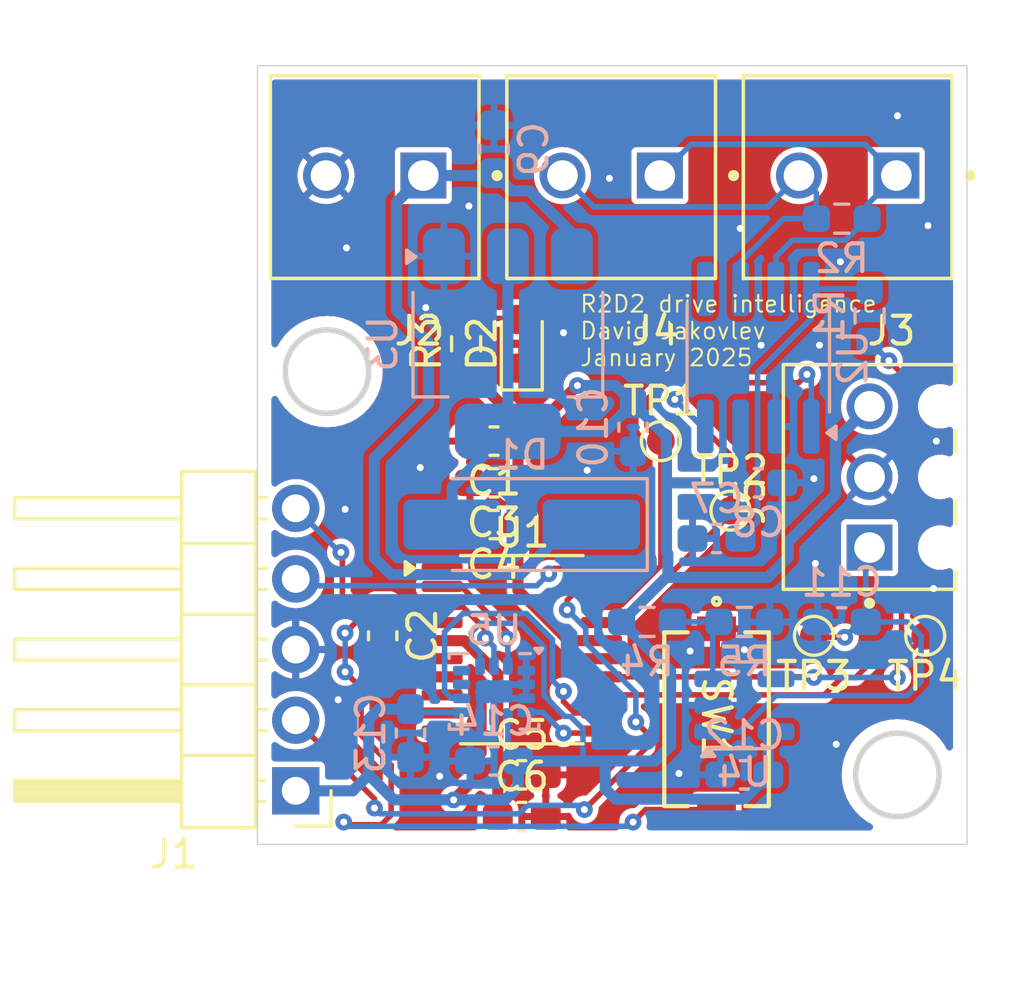
<source format=kicad_pcb>
(kicad_pcb (version 20240108) (generator "pcbnew") (generator_version "8.0")
  (layers (0 "F.Cu" signal) (31 "B.Cu" signal) (34 "B.Paste" user) (35 "F.Paste" user) (36 "B.SilkS" user "B.Silkscreen") (37 "F.SilkS" user "F.Silkscreen") (38 "B.Mask" user) (39 "F.Mask" user) (44 "Edge.Cuts" user))
  (net 0 "")
  (net 1 "GND")
  (net 2 "+3.3V")
  (net 3 "NRST")
  (net 4 "Net-(U2-Rs)")
  (net 5 "+5V")
  (net 6 "Net-(U4-+)")
  (net 7 "Net-(D2-A)")
  (net 8 "SWCLK")
  (net 9 "SWDIO")
  (net 10 "CAN_MODE_SELECT")
  (net 11 "Net-(U2-CANH)")
  (net 12 "Net-(U2-CANL)")
  (net 13 "Net-(U4--)")
  (net 14 "CAN_TX")
  (net 15 "CAN_RX")
  (net 16 "Hall_sensor")
  (net 25 "INT2")
  (net 26 "INT1")
  (net 28 "SCL")
  (net 29 "SDA")
  (footprint "Capacitor_SMD:C_0603_1608Metric_Pad1.08x0.95mm_HandSolder" (layer "F.Cu") (at 118 83)
    (property "Reference" "C6" (at 0 -1.43 0) (layer "F.SilkS"))
    (property "Value" "100n")
    (pad "1" smd roundrect (at -0.8625 0) (size 1.075 0.95) (layers "F.Cu" "F.Paste" "F.Mask") (net 2 "+3.3V"))
    (pad "2" smd roundrect (at 0.8625 0) (size 1.075 0.95) (layers "F.Cu" "F.Paste" "F.Mask") (net 1 "GND"))
  )
  (footprint "PTS636_SM50J_SMTR_LFS:SW_PTS636_CNK" (layer "F.Cu") (at 125 79.5 -90)
    (property "Reference" "SW1" (at 0 0 -90) (layer "F.SilkS"))
    (property "Value" "PTS636 SM50J SMTR LFS")
    (pad "1" smd rect (at -3.250001 0 270) (size 0.889 1.397) (layers "F.Cu" "F.Paste" "F.Mask") (net 1 "GND"))
    (pad "2" smd rect (at 3.250001 0 270) (size 0.889 1.397) (layers "F.Cu" "F.Paste" "F.Mask") (net 3 "NRST"))
  )
  (footprint "Capacitor_SMD:C_0603_1608Metric_Pad1.08x0.95mm_HandSolder" (layer "F.Cu") (at 117 71 180)
    (property "Reference" "C3" (at 0 -1.43 0) (layer "F.SilkS"))
    (property "Value" "100n")
    (pad "1" smd roundrect (at -0.8625 0 180) (size 1.075 0.95) (layers "F.Cu" "F.Paste" "F.Mask") (net 2 "+3.3V"))
    (pad "2" smd roundrect (at 0.8625 0 180) (size 1.075 0.95) (layers "F.Cu" "F.Paste" "F.Mask") (net 1 "GND"))
  )
  (footprint "TestPoint:TestPoint_Pad_D1.0mm" (layer "F.Cu") (at 125.5 72)
    (property "Reference" "TP2" (at 0 -1.448 0) (layer "F.SilkS"))
    (property "Value" "TestPoint")
    (pad "1" smd circle (at 0 0) (size 1 1) (layers "F.Cu" "F.Mask") (net 15 "CAN_RX"))
  )
  (footprint "1751248:PHOENIX_1751248" (layer "F.Cu") (at 133.4625 56.35 180)
    (property "Reference" "J3" (at 2.175 -9.185 0) (layer "F.SilkS"))
    (property "Value" "1751248")
    (pad "01" thru_hole rect (at 2 -3.6 180) (size 1.65 1.65) (drill 1.1) (layers "*.Cu" "*.Mask") (net 11 "Net-(U2-CANH)"))
    (pad "02" thru_hole circle (at 5.5 -3.6 180) (size 1.65 1.65) (drill 1.1) (layers "*.Cu" "*.Mask") (net 12 "Net-(U2-CANL)"))
  )
  (footprint "Capacitor_SMD:C_0603_1608Metric_Pad1.08x0.95mm_HandSolder" (layer "F.Cu") (at 117 72.5 180)
    (property "Reference" "C4" (at 0 -1.43 0) (layer "F.SilkS"))
    (property "Value" "100n")
    (pad "1" smd roundrect (at -0.8625 0 180) (size 1.075 0.95) (layers "F.Cu" "F.Paste" "F.Mask") (net 2 "+3.3V"))
    (pad "2" smd roundrect (at 0.8625 0 180) (size 1.075 0.95) (layers "F.Cu" "F.Paste" "F.Mask") (net 1 "GND"))
  )
  (footprint "Capacitor_SMD:C_0603_1608Metric_Pad1.08x0.95mm_HandSolder" (layer "F.Cu") (at 118 81.5)
    (property "Reference" "C5" (at 0 -1.43 0) (layer "F.SilkS"))
    (property "Value" "1u")
    (pad "1" smd roundrect (at -0.8625 0) (size 1.075 0.95) (layers "F.Cu" "F.Paste" "F.Mask") (net 2 "+3.3V"))
    (pad "2" smd roundrect (at 0.8625 0) (size 1.075 0.95) (layers "F.Cu" "F.Paste" "F.Mask") (net 1 "GND"))
  )
  (footprint "Capacitor_SMD:C_0603_1608Metric_Pad1.08x0.95mm_HandSolder" (layer "F.Cu") (at 113 76.5 -90)
    (property "Reference" "C2" (at 0 -1.43 90) (layer "F.SilkS"))
    (property "Value" "100n")
    (pad "1" smd roundrect (at -0.8625 0 270) (size 1.075 0.95) (layers "F.Cu" "F.Paste" "F.Mask") (net 3 "NRST"))
    (pad "2" smd roundrect (at 0.8625 0 270) (size 1.075 0.95) (layers "F.Cu" "F.Paste" "F.Mask") (net 1 "GND"))
  )
  (footprint "TestPoint:TestPoint_Pad_D1.0mm" (layer "F.Cu") (at 132.5 76.5 180)
    (property "Reference" "TP4" (at 0 -1.448 0) (layer "F.SilkS"))
    (property "Value" "TestPoint")
    (pad "1" smd circle (at 0 0 180) (size 1 1) (layers "F.Cu" "F.Mask") (net 16 "Hall_sensor"))
  )
  (footprint "TestPoint:TestPoint_Pad_D1.0mm" (layer "F.Cu") (at 123 69.5)
    (property "Reference" "TP1" (at 0 -1.448 0) (layer "F.SilkS"))
    (property "Value" "TestPoint")
    (pad "1" smd circle (at 0 0) (size 1 1) (layers "F.Cu" "F.Mask") (net 14 "CAN_TX"))
  )
  (footprint "TestPoint:TestPoint_Pad_D1.0mm" (layer "F.Cu") (at 128.5 76.5 180)
    (property "Reference" "TP3" (at 0 -1.448 0) (layer "F.SilkS"))
    (property "Value" "TestPoint")
    (pad "1" smd circle (at 0 0 180) (size 1 1) (layers "F.Cu" "F.Mask") (net 6 "Net-(U4-+)"))
  )
  (footprint "Capacitor_SMD:C_0603_1608Metric_Pad1.08x0.95mm_HandSolder" (layer "F.Cu") (at 117 69.5 180)
    (property "Reference" "C1" (at 0 -1.43 0) (layer "F.SilkS"))
    (property "Value" "4.7u")
    (pad "1" smd roundrect (at -0.8625 0 180) (size 1.075 0.95) (layers "F.Cu" "F.Paste" "F.Mask") (net 2 "+3.3V"))
    (pad "2" smd roundrect (at 0.8625 0 180) (size 1.075 0.95) (layers "F.Cu" "F.Paste" "F.Mask") (net 1 "GND"))
  )
  (footprint "Connector_PinHeader_2.54mm:PinHeader_1x05_P2.54mm_Horizontal" (layer "F.Cu") (at 109.875 82.075 180)
    (property "Reference" "J1" (at 4.385 -2.27 0) (layer "F.SilkS"))
    (property "Value" "Conn_01x05_Pin")
    (pad "1" thru_hole rect (at 0 0 180) (size 1.7 1.7) (drill 1) (layers "*.Cu" "*.Mask") (net 2 "+3.3V"))
    (pad "2" thru_hole oval (at 0 2.54 180) (size 1.7 1.7) (drill 1) (layers "*.Cu" "*.Mask") (net 9 "SWDIO"))
    (pad "3" thru_hole oval (at 0 5.08 180) (size 1.7 1.7) (drill 1) (layers "*.Cu" "*.Mask") (net 1 "GND"))
    (pad "4" thru_hole oval (at 0 7.62 180) (size 1.7 1.7) (drill 1) (layers "*.Cu" "*.Mask") (net 8 "SWCLK"))
    (pad "5" thru_hole oval (at 0 10.16 180) (size 1.7 1.7) (drill 1) (layers "*.Cu" "*.Mask") (net 3 "NRST"))
  )
  (footprint "1725669:PHOENIX_1725669" (layer "F.Cu") (at 133.6 74.8275 90)
    (property "Reference" "J5" (at 3.175 -7.385 90) (layer "F.SilkS"))
    (property "Value" "1725669")
    (pad "" np_thru_hole circle (at 1.5 -0.56 90) (size 1.1 1.1) (drill 1.1) (layers "*.Cu" "*.Mask"))
    (pad "" np_thru_hole circle (at 4.04 -0.56 90) (size 1.1 1.1) (drill 1.1) (layers "*.Cu" "*.Mask"))
    (pad "" np_thru_hole circle (at 6.58 -0.56 90) (size 1.1 1.1) (drill 1.1) (layers "*.Cu" "*.Mask"))
    (pad "1" thru_hole rect (at 1.5 -3.1 90) (size 1.65 1.65) (drill 1.1) (layers "*.Cu" "*.Mask") (net 6 "Net-(U4-+)"))
    (pad "2" thru_hole circle (at 4.04 -3.1 90) (size 1.65 1.65) (drill 1.1) (layers "*.Cu" "*.Mask") (net 1 "GND"))
    (pad "3" thru_hole circle (at 6.58 -3.1 90) (size 1.65 1.65) (drill 1.1) (layers "*.Cu" "*.Mask") (net 2 "+3.3V"))
  )
  (footprint "Resistor_SMD:R_0603_1608Metric_Pad0.98x0.95mm_HandSolder" (layer "F.Cu") (at 116 66 90)
    (property "Reference" "R3" (at 0 -1.43 90) (layer "F.SilkS"))
    (property "Value" "1k")
    (pad "1" smd roundrect (at -0.9125 0 90) (size 0.975 0.95) (layers "F.Cu" "F.Paste" "F.Mask") (net 2 "+3.3V"))
    (pad "2" smd roundrect (at 0.9125 0 90) (size 0.975 0.95) (layers "F.Cu" "F.Paste" "F.Mask") (net 7 "Net-(D2-A)"))
  )
  (footprint "LED_SMD:LED_0603_1608Metric_Pad1.05x0.95mm_HandSolder" (layer "F.Cu") (at 118 66 90)
    (property "Reference" "D2" (at 0 -1.43 90) (layer "F.SilkS"))
    (property "Value" "LED")
    (pad "1" smd roundrect (at -0.875 0 90) (size 1.05 0.95) (layers "F.Cu" "F.Paste" "F.Mask") (net 1 "GND"))
    (pad "2" smd roundrect (at 0.875 0 90) (size 1.05 0.95) (layers "F.Cu" "F.Paste" "F.Mask") (net 7 "Net-(D2-A)"))
  )
  (footprint "1751248:PHOENIX_1751248" (layer "F.Cu") (at 116.4625 56.35 180)
    (property "Reference" "J2" (at 2.175 -9.185 0) (layer "F.SilkS"))
    (property "Value" "1751248")
    (pad "01" thru_hole rect (at 2 -3.6 180) (size 1.65 1.65) (drill 1.1) (layers "*.Cu" "*.Mask") (net 5 "+5V"))
    (pad "02" thru_hole circle (at 5.5 -3.6 180) (size 1.65 1.65) (drill 1.1) (layers "*.Cu" "*.Mask") (net 1 "GND"))
  )
  (footprint "Package_SO:TSSOP-20_4.4x6.5mm_P0.65mm" (layer "F.Cu") (at 118 77)
    (property "Reference" "U1" (at 0 -4.2 0) (layer "F.SilkS"))
    (property "Value" "STM32F042F6Px")
    (pad "1" smd roundrect (at -2.8625 -2.925) (size 1.475 0.4) (layers "F.Cu" "F.Paste" "F.Mask"))
    (pad "2" smd roundrect (at -2.8625 -2.275) (size 1.475 0.4) (layers "F.Cu" "F.Paste" "F.Mask") (net 29 "SDA"))
    (pad "3" smd roundrect (at -2.8625 -1.625) (size 1.475 0.4) (layers "F.Cu" "F.Paste" "F.Mask") (net 28 "SCL"))
    (pad "4" smd roundrect (at -2.8625 -0.975) (size 1.475 0.4) (layers "F.Cu" "F.Paste" "F.Mask") (net 3 "NRST"))
    (pad "5" smd roundrect (at -2.8625 -0.325) (size 1.475 0.4) (layers "F.Cu" "F.Paste" "F.Mask") (net 2 "+3.3V"))
    (pad "6" smd roundrect (at -2.8625 0.325) (size 1.475 0.4) (layers "F.Cu" "F.Paste" "F.Mask"))
    (pad "7" smd roundrect (at -2.8625 0.975) (size 1.475 0.4) (layers "F.Cu" "F.Paste" "F.Mask"))
    (pad "8" smd roundrect (at -2.8625 1.625) (size 1.475 0.4) (layers "F.Cu" "F.Paste" "F.Mask"))
    (pad "9" smd roundrect (at -2.8625 2.275) (size 1.475 0.4) (layers "F.Cu" "F.Paste" "F.Mask"))
    (pad "10" smd roundrect (at -2.8625 2.925) (size 1.475 0.4) (layers "F.Cu" "F.Paste" "F.Mask"))
    (pad "11" smd roundrect (at 2.8625 2.925) (size 1.475 0.4) (layers "F.Cu" "F.Paste" "F.Mask") (net 26 "INT1"))
    (pad "12" smd roundrect (at 2.8625 2.275) (size 1.475 0.4) (layers "F.Cu" "F.Paste" "F.Mask") (net 25 "INT2"))
    (pad "13" smd roundrect (at 2.8625 1.625) (size 1.475 0.4) (layers "F.Cu" "F.Paste" "F.Mask") (net 10 "CAN_MODE_SELECT"))
    (pad "14" smd roundrect (at 2.8625 0.975) (size 1.475 0.4) (layers "F.Cu" "F.Paste" "F.Mask") (net 16 "Hall_sensor"))
    (pad "15" smd roundrect (at 2.8625 0.325) (size 1.475 0.4) (layers "F.Cu" "F.Paste" "F.Mask") (net 1 "GND"))
    (pad "16" smd roundrect (at 2.8625 -0.325) (size 1.475 0.4) (layers "F.Cu" "F.Paste" "F.Mask") (net 2 "+3.3V"))
    (pad "17" smd roundrect (at 2.8625 -0.975) (size 1.475 0.4) (layers "F.Cu" "F.Paste" "F.Mask") (net 15 "CAN_RX"))
    (pad "18" smd roundrect (at 2.8625 -1.625) (size 1.475 0.4) (layers "F.Cu" "F.Paste" "F.Mask") (net 14 "CAN_TX"))
    (pad "19" smd roundrect (at 2.8625 -2.275) (size 1.475 0.4) (layers "F.Cu" "F.Paste" "F.Mask") (net 9 "SWDIO"))
    (pad "20" smd roundrect (at 2.8625 -2.925) (size 1.475 0.4) (layers "F.Cu" "F.Paste" "F.Mask") (net 8 "SWCLK"))
  )
  (footprint "1751248:PHOENIX_1751248" (layer "F.Cu") (at 124.9625 56.35 180)
    (property "Reference" "J4" (at 2.175 -9.185 0) (layer "F.SilkS"))
    (property "Value" "1751248")
    (pad "01" thru_hole rect (at 2 -3.6 180) (size 1.65 1.65) (drill 1.1) (layers "*.Cu" "*.Mask") (net 11 "Net-(U2-CANH)"))
    (pad "02" thru_hole circle (at 5.5 -3.6 180) (size 1.65 1.65) (drill 1.1) (layers "*.Cu" "*.Mask") (net 12 "Net-(U2-CANL)"))
  )
  (footprint "Capacitor_SMD:C_0603_1608Metric_Pad1.08x0.95mm_HandSolder" (layer "B.Cu") (at 125 73 180)
    (property "Reference" "C7" (at 0 1.43 0) (layer "B.SilkS") (effects (justify mirror)))
    (property "Value" "100n")
    (pad "1" smd roundrect (at -0.8625 0 180) (size 1.075 0.95) (layers "B.Cu" "B.Paste" "B.Mask") (net 4 "Net-(U2-Rs)"))
    (pad "2" smd roundrect (at 0.8625 0 180) (size 1.075 0.95) (layers "B.Cu" "B.Paste" "B.Mask") (net 1 "GND"))
  )
  (footprint "Capacitor_SMD:C_0603_1608Metric_Pad1.08x0.95mm_HandSolder" (layer "B.Cu") (at 114 80 -90)
    (property "Reference" "C13" (at 0 1.43 90) (layer "B.SilkS") (effects (justify mirror)))
    (property "Value" "100n")
    (pad "1" smd roundrect (at -0.8625 0 270) (size 1.075 0.95) (layers "B.Cu" "B.Paste" "B.Mask") (net 2 "+3.3V"))
    (pad "2" smd roundrect (at 0.8625 0 270) (size 1.075 0.95) (layers "B.Cu" "B.Paste" "B.Mask") (net 1 "GND"))
  )
  (footprint "Capacitor_SMD:C_0603_1608Metric_Pad1.08x0.95mm_HandSolder" (layer "B.Cu") (at 117 81 180)
    (property "Reference" "C14" (at 0 1.43 0) (layer "B.SilkS") (effects (justify mirror)))
    (property "Value" "100n")
    (pad "1" smd roundrect (at -0.8625 0 180) (size 1.075 0.95) (layers "B.Cu" "B.Paste" "B.Mask") (net 2 "+3.3V"))
    (pad "2" smd roundrect (at 0.8625 0 180) (size 1.075 0.95) (layers "B.Cu" "B.Paste" "B.Mask") (net 1 "GND"))
  )
  (footprint "Resistor_SMD:R_0603_1608Metric_Pad0.98x0.95mm_HandSolder" (layer "B.Cu") (at 126 76)
    (property "Reference" "R5" (at 0 1.43 0) (layer "B.SilkS") (effects (justify mirror)))
    (property "Value" "13k")
    (pad "1" smd roundrect (at -0.9125 0) (size 0.975 0.95) (layers "B.Cu" "B.Paste" "B.Mask") (net 13 "Net-(U4--)"))
    (pad "2" smd roundrect (at 0.9125 0) (size 0.975 0.95) (layers "B.Cu" "B.Paste" "B.Mask") (net 1 "GND"))
  )
  (footprint "Diode_SMD:D_SMA_Handsoldering" (layer "B.Cu") (at 118 72.5 180)
    (property "Reference" "D1" (at 0 2.5 0) (layer "B.SilkS") (effects (justify mirror)))
    (property "Value" "1N4001")
    (pad "1" smd roundrect (at -2.5 0 180) (size 3.5 1.8) (layers "B.Cu" "B.Paste" "B.Mask") (roundrect_rratio 0.1388888889) (net 5 "+5V"))
    (pad "2" smd roundrect (at 2.5 0 180) (size 3.5 1.8) (layers "B.Cu" "B.Paste" "B.Mask") (roundrect_rratio 0.1388888889) (net 2 "+3.3V"))
  )
  (footprint "Capacitor_SMD:C_0603_1608Metric_Pad1.08x0.95mm_HandSolder" (layer "B.Cu") (at 126.5 71)
    (property "Reference" "C8" (at 0 1.43 0) (layer "B.SilkS") (effects (justify mirror)))
    (property "Value" "100n")
    (pad "1" smd roundrect (at -0.8625 0) (size 1.075 0.95) (layers "B.Cu" "B.Paste" "B.Mask") (net 2 "+3.3V"))
    (pad "2" smd roundrect (at 0.8625 0) (size 1.075 0.95) (layers "B.Cu" "B.Paste" "B.Mask") (net 1 "GND"))
  )
  (footprint "Capacitor_SMD:C_0603_1608Metric_Pad1.08x0.95mm_HandSolder" (layer "B.Cu") (at 122 69 -90)
    (property "Reference" "C10" (at 0 1.43 90) (layer "B.SilkS") (effects (justify mirror)))
    (property "Value" "10u")
    (pad "1" smd roundrect (at -0.8625 0 270) (size 1.075 0.95) (layers "B.Cu" "B.Paste" "B.Mask") (net 2 "+3.3V"))
    (pad "2" smd roundrect (at 0.8625 0 270) (size 1.075 0.95) (layers "B.Cu" "B.Paste" "B.Mask") (net 1 "GND"))
  )
  (footprint "Package_SO:SOIC-8_3.9x4.9mm_P1.27mm" (layer "B.Cu") (at 126.5 66.5 90)
    (property "Reference" "U2" (at 0 3.4 90) (layer "B.SilkS") (effects (justify mirror)))
    (property "Value" "SN65HVD230")
    (pad "1" smd roundrect (at -2.475 1.905 90) (size 1.95 0.6) (layers "B.Cu" "B.Paste" "B.Mask") (net 14 "CAN_TX"))
    (pad "2" smd roundrect (at -2.475 0.635 90) (size 1.95 0.6) (layers "B.Cu" "B.Paste" "B.Mask") (net 1 "GND"))
    (pad "3" smd roundrect (at -2.475 -0.635 90) (size 1.95 0.6) (layers "B.Cu" "B.Paste" "B.Mask") (net 2 "+3.3V"))
    (pad "4" smd roundrect (at -2.475 -1.905 90) (size 1.95 0.6) (layers "B.Cu" "B.Paste" "B.Mask") (net 15 "CAN_RX"))
    (pad "5" smd roundrect (at 2.475 -1.905 90) (size 1.95 0.6) (layers "B.Cu" "B.Paste" "B.Mask"))
    (pad "6" smd roundrect (at 2.475 -0.635 90) (size 1.95 0.6) (layers "B.Cu" "B.Paste" "B.Mask") (net 12 "Net-(U2-CANL)"))
    (pad "7" smd roundrect (at 2.475 0.635 90) (size 1.95 0.6) (layers "B.Cu" "B.Paste" "B.Mask") (net 11 "Net-(U2-CANH)"))
    (pad "8" smd roundrect (at 2.475 1.905 90) (size 1.95 0.6) (layers "B.Cu" "B.Paste" "B.Mask") (net 4 "Net-(U2-Rs)"))
  )
  (footprint "Resistor_SMD:R_0603_1608Metric_Pad0.98x0.95mm_HandSolder" (layer "B.Cu") (at 129.5 61.5)
    (property "Reference" "R2" (at 0 1.43 0) (layer "B.SilkS") (effects (justify mirror)))
    (property "Value" "120")
    (pad "1" smd roundrect (at -0.9125 0) (size 0.975 0.95) (layers "B.Cu" "B.Paste" "B.Mask") (net 12 "Net-(U2-CANL)"))
    (pad "2" smd roundrect (at 0.9125 0) (size 0.975 0.95) (layers "B.Cu" "B.Paste" "B.Mask") (net 11 "Net-(U2-CANH)"))
  )
  (footprint "Package_TO_SOT_SMD:SOT-223-3_TabPin2" (layer "B.Cu") (at 117.5 66 -90)
    (property "Reference" "U3" (at 0 4.5 90) (layer "B.SilkS") (effects (justify mirror)))
    (property "Value" "LM1117MP-3.3")
    (pad "1" smd roundrect (at -3.15 2.3 270) (size 2 1.5) (layers "B.Cu" "B.Paste" "B.Mask") (net 1 "GND"))
    (pad "2" smd roundrect (at -3.15 0 270) (size 2 1.5) (layers "B.Cu" "B.Paste" "B.Mask") (net 2 "+3.3V"))
    (pad "2" smd roundrect (at 3.15 0 270) (size 2 3.8) (layers "B.Cu" "B.Paste" "B.Mask") (net 2 "+3.3V"))
    (pad "3" smd roundrect (at -3.15 -2.3 270) (size 2 1.5) (layers "B.Cu" "B.Paste" "B.Mask") (net 5 "+5V"))
  )
  (footprint "Package_TO_SOT_SMD:SOT-23-5" (layer "B.Cu") (at 126 79)
    (property "Reference" "U4" (at 0 2.4 0) (layer "B.SilkS") (effects (justify mirror)))
    (property "Value" "LMV321")
    (pad "1" smd roundrect (at -1.1375 0.95) (size 1.325 0.6) (layers "B.Cu" "B.Paste" "B.Mask") (net 6 "Net-(U4-+)"))
    (pad "2" smd roundrect (at -1.1375 0) (size 1.325 0.6) (layers "B.Cu" "B.Paste" "B.Mask") (net 1 "GND"))
    (pad "3" smd roundrect (at -1.1375 -0.95) (size 1.325 0.6) (layers "B.Cu" "B.Paste" "B.Mask") (net 13 "Net-(U4--)"))
    (pad "4" smd roundrect (at 1.1375 -0.95) (size 1.325 0.6) (layers "B.Cu" "B.Paste" "B.Mask") (net 16 "Hall_sensor"))
    (pad "5" smd roundrect (at 1.1375 0.95) (size 1.325 0.6) (layers "B.Cu" "B.Paste" "B.Mask") (net 2 "+3.3V"))
  )
  (footprint "Capacitor_SMD:C_0603_1608Metric_Pad1.08x0.95mm_HandSolder" (layer "B.Cu") (at 117 59 90)
    (property "Reference" "C9" (at 0 1.43 90) (layer "B.SilkS") (effects (justify mirror)))
    (property "Value" "10u")
    (pad "1" smd roundrect (at -0.8625 0 90) (size 1.075 0.95) (layers "B.Cu" "B.Paste" "B.Mask") (net 5 "+5V"))
    (pad "2" smd roundrect (at 0.8625 0 90) (size 1.075 0.95) (layers "B.Cu" "B.Paste" "B.Mask") (net 1 "GND"))
  )
  (footprint "Resistor_SMD:R_0603_1608Metric_Pad0.98x0.95mm_HandSolder" (layer "B.Cu") (at 122.5 76)
    (property "Reference" "R4" (at 0 1.43 0) (layer "B.SilkS") (effects (justify mirror)))
    (property "Value" "10k")
    (pad "1" smd roundrect (at -0.9125 0) (size 0.975 0.95) (layers "B.Cu" "B.Paste" "B.Mask") (net 2 "+3.3V"))
    (pad "2" smd roundrect (at 0.9125 0) (size 0.975 0.95) (layers "B.Cu" "B.Paste" "B.Mask") (net 13 "Net-(U4--)"))
  )
  (footprint "Capacitor_SMD:C_0603_1608Metric_Pad1.08x0.95mm_HandSolder" (layer "B.Cu") (at 129.5 76 180)
    (property "Reference" "C11" (at 0 1.43 0) (layer "B.SilkS") (effects (justify mirror)))
    (property "Value" "100n")
    (pad "1" smd roundrect (at -0.8625 0 180) (size 1.075 0.95) (layers "B.Cu" "B.Paste" "B.Mask") (net 6 "Net-(U4-+)"))
    (pad "2" smd roundrect (at 0.8625 0 180) (size 1.075 0.95) (layers "B.Cu" "B.Paste" "B.Mask") (net 1 "GND"))
  )
  (footprint "Resistor_SMD:R_0603_1608Metric_Pad0.98x0.95mm_HandSolder" (layer "B.Cu") (at 130.5 65 -90)
    (property "Reference" "R1" (at 0 1.43 90) (layer "B.SilkS") (effects (justify mirror)))
    (property "Value" "10k")
    (pad "1" smd roundrect (at -0.9125 0 270) (size 0.975 0.95) (layers "B.Cu" "B.Paste" "B.Mask") (net 4 "Net-(U2-Rs)"))
    (pad "2" smd roundrect (at 0.9125 0 270) (size 0.975 0.95) (layers "B.Cu" "B.Paste" "B.Mask") (net 10 "CAN_MODE_SELECT"))
  )
  (footprint "Capacitor_SMD:C_0603_1608Metric_Pad1.08x0.95mm_HandSolder" (layer "B.Cu") (at 126 81.5 180)
    (property "Reference" "C12" (at 0 1.43 0) (layer "B.SilkS") (effects (justify mirror)))
    (property "Value" "100n")
    (pad "1" smd roundrect (at -0.8625 0 180) (size 1.075 0.95) (layers "B.Cu" "B.Paste" "B.Mask") (net 2 "+3.3V"))
    (pad "2" smd roundrect (at 0.8625 0 180) (size 1.075 0.95) (layers "B.Cu" "B.Paste" "B.Mask") (net 1 "GND"))
  )
  (footprint "Package_LGA:LGA-14_3x2.5mm_P0.5mm_LayoutBorder3x4y" (layer "B.Cu") (at 117 78.5 180)
    (property "Reference" "U5" (at 0 2.2 0) (layer "B.SilkS") (effects (justify mirror)))
    (property "Value" "LSM6DSM")
    (pad "1" smd roundrect (at -1.1625 0.75 180) (size 0.625 0.35) (layers "B.Cu" "B.Paste" "B.Mask") (net 1 "GND"))
    (pad "2" smd roundrect (at -1.1625 0.25 180) (size 0.625 0.35) (layers "B.Cu" "B.Paste" "B.Mask") (net 1 "GND"))
    (pad "3" smd roundrect (at -1.1625 -0.25 180) (size 0.625 0.35) (layers "B.Cu" "B.Paste" "B.Mask") (net 1 "GND"))
    (pad "4" smd roundrect (at -1.1625 -0.75 180) (size 0.625 0.35) (layers "B.Cu" "B.Paste" "B.Mask") (net 26 "INT1"))
    (pad "5" smd roundrect (at -0.5 -0.9125 180) (size 0.35 0.625) (layers "B.Cu" "B.Paste" "B.Mask") (net 2 "+3.3V"))
    (pad "6" smd roundrect (at 0 -0.9125 180) (size 0.35 0.625) (layers "B.Cu" "B.Paste" "B.Mask") (net 1 "GND"))
    (pad "7" smd roundrect (at 0.5 -0.9125 180) (size 0.35 0.625) (layers "B.Cu" "B.Paste" "B.Mask") (net 1 "GND"))
    (pad "8" smd roundrect (at 1.1625 -0.75 180) (size 0.625 0.35) (layers "B.Cu" "B.Paste" "B.Mask") (net 2 "+3.3V"))
    (pad "9" smd roundrect (at 1.1625 -0.25 180) (size 0.625 0.35) (layers "B.Cu" "B.Paste" "B.Mask") (net 25 "INT2"))
    (pad "10" smd roundrect (at 1.1625 0.25 180) (size 0.625 0.35) (layers "B.Cu" "B.Paste" "B.Mask"))
    (pad "11" smd roundrect (at 1.1625 0.75 180) (size 0.625 0.35) (layers "B.Cu" "B.Paste" "B.Mask"))
    (pad "12" smd roundrect (at 0.5 0.9125 180) (size 0.35 0.625) (layers "B.Cu" "B.Paste" "B.Mask") (net 2 "+3.3V"))
    (pad "13" smd roundrect (at 0 0.9125 180) (size 0.35 0.625) (layers "B.Cu" "B.Paste" "B.Mask") (net 28 "SCL"))
    (pad "14" smd roundrect (at -0.5 0.9125 180) (size 0.35 0.625) (layers "B.Cu" "B.Paste" "B.Mask") (net 29 "SDA"))
  )
  (gr_rect (start 108.5 56) (end 134 84) (stroke (width 0.05)) (fill none) (layer "Edge.Cuts"))
  (gr_circle (center 131.5 81.5) (end 133 81.5) (stroke (width 0.2)) (fill none) (layer "Edge.Cuts"))
  (gr_circle (center 111 67) (end 112.5 67) (stroke (width 0.2)) (fill none) (layer "Edge.Cuts"))
  (gr_text "R2D2 drive intelligence\nDavid Jakovlev\nJanuary 2025" (at 120.05 66.85 0) (layer "F.SilkS") (effects (font (size 0.6 0.6) (thickness 0.075)) (justify left bottom)))
  (via (at 132.6 61.75) (size 0.6) (drill 0.25) (layers "F.Cu" "B.Cu") (net 1))
  (via (at 126 77) (size 0.6) (drill 0.25) (layers "F.Cu" "B.Cu") (net 1))
  (via (at 120.35 70.55) (size 0.6) (drill 0.25) (layers "F.Cu" "B.Cu") (net 1))
  (via (at 114.55 64.7) (size 0.6) (drill 0.25) (layers "F.Cu" "B.Cu") (net 1))
  (via (at 128.5 70.85) (size 0.6) (drill 0.25) (layers "F.Cu" "B.Cu") (net 1))
  (via (at 121.15 60.05) (size 0.6) (drill 0.25) (layers "F.Cu" "B.Cu") (net 1))
  (via (at 114.35 70.45) (size 0.6) (drill 0.25) (layers "F.Cu" "B.Cu") (net 1))
  (via (at 119.5 65.6) (size 0.6) (drill 0.25) (layers "F.Cu" "B.Cu") (net 1))
  (via (at 123.65 81.45) (size 0.6) (drill 0.25) (layers "F.Cu" "B.Cu") (net 1))
  (via (at 124.05 77.05) (size 0.6) (drill 0.25) (layers "F.Cu" "B.Cu") (net 1))
  (via (at 125.85 61.85) (size 0.6) (drill 0.25) (layers "F.Cu" "B.Cu") (net 1))
  (via (at 115.05 81.55) (size 0.6) (drill 0.25) (layers "F.Cu" "B.Cu") (net 1))
  (via (at 126.6 66.05) (size 0.6) (drill 0.25) (layers "F.Cu" "B.Cu") (net 1))
  (via (at 131.5 57.8) (size 0.6) (drill 0.25) (layers "F.Cu" "B.Cu") (net 1))
  (via (at 128.7 66.05) (size 0.6) (drill 0.25) (layers "F.Cu" "B.Cu") (net 1))
  (via (at 111.4 78.8) (size 0.6) (drill 0.25) (layers "F.Cu" "B.Cu") (net 1))
  (via (at 132.8 74.8) (size 0.6) (drill 0.25) (layers "F.Cu" "B.Cu") (net 1))
  (via (at 111.7 62.55) (size 0.6) (drill 0.25) (layers "F.Cu" "B.Cu") (net 1))
  (via (at 129.45 63.05) (size 0.6) (drill 0.25) (layers "F.Cu" "B.Cu") (net 1))
  (via (at 132.9 69.5) (size 0.6) (drill 0.25) (layers "F.Cu" "B.Cu") (net 1))
  (via (at 111.65 71.95) (size 0.6) (drill 0.25) (layers "F.Cu" "B.Cu") (net 1))
  (via (at 129.3 80.4) (size 0.6) (drill 0.25) (layers "F.Cu" "B.Cu") (net 1))
  (via (at 116.1 61.05) (size 0.6) (drill 0.25) (layers "F.Cu" "B.Cu") (net 1))
  (via (at 128.55 73.9) (size 0.6) (drill 0.25) (layers "F.Cu" "B.Cu") (net 1))
  (segment (start 117.8625 69.5) (end 117.8625 68.775) (width 0.4) (layer "F.Cu") (net 2))
  (segment (start 117.8625 72.5) (end 117.8625 71) (width 0.4) (layer "F.Cu") (net 2))
  (segment (start 117.8625 71) (end 117.8625 69.5) (width 0.4) (layer "F.Cu") (net 2))
  (segment (start 117.1375 83) (end 117.1375 81.5) (width 0.4) (layer "F.Cu") (net 2))
  (segment (start 117.8625 68.775) (end 116 66.9125) (width 0.4) (layer "F.Cu") (net 2))
  (segment (start 117.8625 74.8625) (end 117.8625 72.5) (width 0.4) (layer "F.Cu") (net 2))
  (segment (start 115.934878 76.675) (end 115.1375 76.675) (width 0.4) (layer "F.Cu") (net 2))
  (segment (start 116.45 81.5) (end 115.55 82.4) (width 0.4) (layer "F.Cu") (net 2))
  (segment (start 117.1375 81.5) (end 116.45 81.5) (width 0.4) (layer "F.Cu") (net 2))
  (segment (start 118 69.5) (end 120 67.5) (width 0.4) (layer "F.Cu") (net 2))
  (segment (start 120.8625 76.675) (end 119.675 76.675) (width 0.4) (layer "F.Cu") (net 2))
  (segment (start 117.8625 69.5) (end 118 69.5) (width 0.4) (layer "F.Cu") (net 2))
  (segment (start 119.675 76.675) (end 117.8625 74.8625) (width 0.4) (layer "F.Cu") (net 2))
  (segment (start 117.1375 81.5) (end 117.1375 77.877622) (width 0.4) (layer "F.Cu") (net 2))
  (segment (start 117.1375 77.877622) (end 115.934878 76.675) (width 0.4) (layer "F.Cu") (net 2))
  (via (at 120 67.5) (size 0.6) (drill 0.25) (layers "F.Cu" "B.Cu") (net 2))
  (via (at 115.55 82.4) (size 0.6) (drill 0.25) (layers "F.Cu" "B.Cu") (net 2))
  (segment (start 123.2 73.508142) (end 123.2 70.91875) (width 0.4) (layer "B.Cu") (net 2))
  (segment (start 125.6375 71) (end 125.865 70.7725) (width 0.4) (layer "B.Cu") (net 2))
  (segment (start 121 81) (end 117.8625 81) (width 0.4) (layer "B.Cu") (net 2))
  (segment (start 129.275 71.425) (end 127.575 73.125) (width 0.4) (layer "B.Cu") (net 2))
  (segment (start 127.575 73.125) (end 127.575 73.675) (width 0.4) (layer "B.Cu") (net 2))
  (segment (start 123.35 80.45) (end 122.8 81) (width 0.4) (layer "B.Cu") (net 2))
  (segment (start 113.4 82.4) (end 112.5 81.5) (width 0.4) (layer "B.Cu") (net 2))
  (segment (start 121 82) (end 121.375 82.375) (width 0.4) (layer "B.Cu") (net 2))
  (segment (start 121.375 82.375) (end 125.9875 82.375) (width 0.4) (layer "B.Cu") (net 2))
  (segment (start 117.5 62.85) (end 117.5 69.15) (width 0.4) (layer "B.Cu") (net 2))
  (segment (start 126.8625 81.5) (end 126.8625 80.225) (width 0.4) (layer "B.Cu") (net 2))
  (segment (start 117.8625 81) (end 117.8625 81.9375) (width 0.4) (layer "B.Cu") (net 2))
  (segment (start 123.28125 71) (end 123.2 70.91875) (width 0.4) (layer "B.Cu") (net 2))
  (segment (start 118.8 76.896584) (end 118.8 78.648529) (width 0.2) (layer "B.Cu") (net 2))
  (segment (start 123.28125 71) (end 125.6375 71) (width 0.4) (layer "B.Cu") (net 2))
  (segment (start 115.5 71.15) (end 117.5 69.15) (width 0.4) (layer "B.Cu") (net 2))
  (segment (start 117.8625 81.9375) (end 117.4 82.4) (width 0.4) (layer "B.Cu") (net 2))
  (segment (start 120.2 79.851471) (end 120.2 81) (width 0.2) (layer "B.Cu") (net 2))
  (segment (start 109.875 82.075) (end 111.925 82.075) (width 0.4) (layer "B.Cu") (net 2))
  (segment (start 117.5 69.15) (end 120.9875 69.15) (width 0.4) (layer "B.Cu") (net 2))
  (segment (start 115.8375 79.25) (end 114.1125 79.25) (width 0.2) (layer "B.Cu") (net 2))
  (segment (start 130.5 68.2475) (end 129.275 69.4725) (width 0.4) (layer "B.Cu") (net 2))
  (segment (start 119.748529 79.4) (end 120.2 79.851471) (width 0.2) (layer "B.Cu") (net 2))
  (segment (start 112.5 79.5) (end 112.8625 79.1375) (width 0.4) (layer "B.Cu") (net 2))
  (segment (start 111.925 82.075) (end 112.5 81.5) (width 0.4) (layer "B.Cu") (net 2))
  (segment (start 125.865 70.7725) (end 125.865 68.975) (width 0.4) (layer "B.Cu") (net 2))
  (segment (start 118.8 78.648529) (end 119.551471 79.4) (width 0.2) (layer "B.Cu") (net 2))
  (segment (start 121.5875 76) (end 123.25 74.3375) (width 0.4) (layer "B.Cu") (net 2))
  (segment (start 121.5875 76) (end 123.35 77.7625) (width 0.4) (layer "B.Cu") (net 2))
  (segment (start 123.3125 74.4) (end 123.25 74.3375) (width 0.4) (layer "B.Cu") (net 2))
  (segment (start 114.1125 79.25) (end 114 79.1375) (width 0.2) (layer "B.Cu") (net 2))
  (segment (start 117.953416 76.05) (end 118.8 76.896584) (width 0.2) (layer "B.Cu") (net 2))
  (segment (start 115.5 72.5) (end 115.5 71.15) (width 0.4) (layer "B.Cu") (net 2))
  (segment (start 117.5 80.6375) (end 117.8625 81) (width 0.2) (layer "B.Cu") (net 2))
  (segment (start 117.5 79.4125) (end 117.5 80.6375) (width 0.2) (layer "B.Cu") (net 2))
  (segment (start 121.3625 67.5) (end 122 68.1375) (width 0.4) (layer "B.Cu") (net 2))
  (segment (start 123.2 70.91875) (end 123.2 69.3375) (width 0.4) (layer "B.Cu") (net 2))
  (segment (start 120.9875 69.15) (end 122 68.1375) (width 0.4) (layer "B.Cu") (net 2))
  (segment (start 117.4 82.4) (end 113.4 82.4) (width 0.4) (layer "B.Cu") (net 2))
  (segment (start 112.5 81.5) (end 112.5 79.5) (width 0.4) (layer "B.Cu") (net 2))
  (segment (start 116.513949 76.05) (end 117.953416 76.05) (width 0.2) (layer "B.Cu") (net 2))
  (segment (start 122.8 81) (end 121 81) (width 0.4) (layer "B.Cu") (net 2))
  (segment (start 116.189731 76.374218) (end 116.513949 76.05) (width 0.2) (layer "B.Cu") (net 2))
  (segment (start 129.275 69.4725) (end 129.275 71.425) (width 0.4) (layer "B.Cu") (net 2))
  (segment (start 123.35 77.7625) (end 123.35 80.45) (width 0.4) (layer "B.Cu") (net 2))
  (segment (start 126.8625 80.225) (end 127.1375 79.95) (width 0.4) (layer "B.Cu") (net 2))
  (segment (start 123.25 73.558142) (end 123.2 73.508142) (width 0.4) (layer "B.Cu") (net 2))
  (segment (start 116.5 77.5875) (end 116.5 77.098701) (width 0.2) (layer "B.Cu") (net 2))
  (segment (start 123.25 74.3375) (end 123.25 73.558142) (width 0.4) (layer "B.Cu") (net 2))
  (segment (start 121 81) (end 121 82) (width 0.4) (layer "B.Cu") (net 2))
  (segment (start 125.9875 82.375) (end 126.8625 81.5) (width 0.4) (layer "B.Cu") (net 2))
  (segment (start 116.5 77.098701) (end 116.189731 76.788432) (width 0.2) (layer "B.Cu") (net 2))
  (segment (start 127.575 73.675) (end 126.85 74.4) (width 0.4) (layer "B.Cu") (net 2))
  (segment (start 120 67.5) (end 121.3625 67.5) (width 0.4) (layer "B.Cu") (net 2))
  (segment (start 123.2 69.3375) (end 122 68.1375) (width 0.4) (layer "B.Cu") (net 2))
  (segment (start 112.8625 79.1375) (end 114 79.1375) (width 0.4) (layer "B.Cu") (net 2))
  (segment (start 116.189731 76.788432) (end 116.189731 76.374218) (width 0.2) (layer "B.Cu") (net 2))
  (segment (start 126.85 74.4) (end 123.3125 74.4) (width 0.4) (layer "B.Cu") (net 2))
  (segment (start 119.551471 79.4) (end 119.748529 79.4) (width 0.2) (layer "B.Cu") (net 2))
  (segment (start 113.305025 82.943504) (end 113.305025 81.155025) (width 0.2) (layer "F.Cu") (net 3))
  (segment (start 112.225 78.375) (end 111.65 77.8) (width 0.2) (layer "F.Cu") (net 3))
  (segment (start 111.55 73.55) (end 111.55 75.05) (width 0.2) (layer "F.Cu") (net 3))
  (segment (start 111.55 75.05) (end 112.1375 75.6375) (width 0.2) (layer "F.Cu") (net 3))
  (segment (start 112.4125 75.6375) (end 113 75.6375) (width 0.2) (layer "F.Cu") (net 3))
  (segment (start 111.694975 83.294975) (end 112.953554 83.294975) (width 0.2) (layer "F.Cu") (net 3))
  (segment (start 112.225 80.075) (end 112.225 78.375) (width 0.2) (layer "F.Cu") (net 3))
  (segment (start 111.6 83.2) (end 111.694975 83.294975) (width 0.2) (layer "F.Cu") (net 3))
  (segment (start 112.953554 83.294975) (end 113.305025 82.943504) (width 0.2) (layer "F.Cu") (net 3))
  (segment (start 125 82.750001) (end 122.449999 82.750001) (width 0.2) (layer "F.Cu") (net 3))
  (segment (start 113 75.6375) (end 113.3875 76.025) (width 0.2) (layer "F.Cu") (net 3))
  (segment (start 113.3875 76.025) (end 115.1375 76.025) (width 0.2) (layer "F.Cu") (net 3))
  (segment (start 111.65 76.4) (end 112.4125 75.6375) (width 0.2) (layer "F.Cu") (net 3))
  (segment (start 113.305025 81.155025) (end 112.225 80.075) (width 0.2) (layer "F.Cu") (net 3))
  (segment (start 111.5 73.5) (end 111.55 73.55) (width 0.2) (layer "F.Cu") (net 3))
  (segment (start 112.1375 75.6375) (end 113 75.6375) (width 0.2) (layer "F.Cu") (net 3))
  (segment (start 122.449999 82.750001) (end 122 83.2) (width 0.2) (layer "F.Cu") (net 3))
  (via (at 111.6 83.2) (size 0.6) (drill 0.25) (layers "F.Cu" "B.Cu") (net 3))
  (via (at 111.5 73.5) (size 0.6) (drill 0.25) (layers "F.Cu" "B.Cu") (net 3))
  (via (at 111.65 76.4) (size 0.6) (drill 0.25) (layers "F.Cu" "B.Cu") (net 3))
  (via (at 111.65 77.8) (size 0.6) (drill 0.25) (layers "F.Cu" "B.Cu") (net 3))
  (via (at 122 83.2) (size 0.6) (drill 0.25) (layers "F.Cu" "B.Cu") (net 3))
  (segment (start 111.46 73.5) (end 109.875 71.915) (width 0.2) (layer "B.Cu") (net 3))
  (segment (start 111.75 83.35) (end 111.6 83.2) (width 0.2) (layer "B.Cu") (net 3))
  (segment (start 121.85 83.35) (end 111.75 83.35) (width 0.2) (layer "B.Cu") (net 3))
  (segment (start 122 83.2) (end 121.85 83.35) (width 0.2) (layer "B.Cu") (net 3))
  (segment (start 111.65 77.8) (end 111.65 76.4) (width 0.2) (layer "B.Cu") (net 3))
  (segment (start 111.5 73.5) (end 111.46 73.5) (width 0.2) (layer "B.Cu") (net 3))
  (segment (start 130.4375 64.025) (end 130.5 64.0875) (width 0.2) (layer "B.Cu") (net 4))
  (segment (start 128.405 65.095) (end 128.405 64.025) (width 0.2) (layer "B.Cu") (net 4))
  (segment (start 126.475 67.025) (end 128.405 65.095) (width 0.2) (layer "B.Cu") (net 4))
  (segment (start 125.8625 73) (end 126.475 72.3875) (width 0.2) (layer "B.Cu") (net 4))
  (segment (start 126.475 72.3875) (end 126.475 67.025) (width 0.2) (layer "B.Cu") (net 4))
  (segment (start 128.405 64.025) (end 130.4375 64.025) (width 0.2) (layer "B.Cu") (net 4))
  (segment (start 113.5 60.9125) (end 114.4625 59.95) (width 0.4) (layer "B.Cu") (net 5))
  (segment (start 118.280088 60.5) (end 119.8 62.019912) (width 0.4) (layer "B.Cu") (net 5))
  (segment (start 117 59.8625) (end 117.6375 60.5) (width 0.4) (layer "B.Cu") (net 5))
  (segment (start 117.95 74.3) (end 113.3 74.3) (width 0.4) (layer "B.Cu") (net 5))
  (segment (start 114.4625 59.95) (end 116.9125 59.95) (width 0.4) (layer "B.Cu") (net 5))
  (segment (start 112.7 70.1) (end 114.65 68.15) (width 0.4) (layer "B.Cu") (net 5))
  (segment (start 114.65 68.15) (end 114.65 65.95) (width 0.4) (layer "B.Cu") (net 5))
  (segment (start 112.7 73.7) (end 112.7 70.1) (width 0.4) (layer "B.Cu") (net 5))
  (segment (start 113.5 64.8) (end 113.5 60.9125) (width 0.4) (layer "B.Cu") (net 5))
  (segment (start 116.9125 59.95) (end 117 59.8625) (width 0.4) (layer "B.Cu") (net 5))
  (segment (start 119.8 62.019912) (end 119.8 62.85) (width 0.4) (layer "B.Cu") (net 5))
  (segment (start 119.75 72.5) (end 117.95 74.3) (width 0.4) (layer "B.Cu") (net 5))
  (segment (start 113.3 74.3) (end 112.7 73.7) (width 0.4) (layer "B.Cu") (net 5))
  (segment (start 114.65 65.95) (end 113.5 64.8) (width 0.4) (layer "B.Cu") (net 5))
  (segment (start 117.6375 60.5) (end 118.280088 60.5) (width 0.4) (layer "B.Cu") (net 5))
  (segment (start 120.5 72.5) (end 119.75 72.5) (width 0.4) (layer "B.Cu") (net 5))
  (segment (start 129.608201 76.554242) (end 128.554242 76.554242) (width 0.2) (layer "F.Cu") (net 6))
  (segment (start 128.554242 76.554242) (end 128.5 76.5) (width 0.2) (layer "F.Cu") (net 6))
  (via (at 129.608201 76.554242) (size 0.6) (drill 0.25) (layers "F.Cu" "B.Cu") (net 6))
  (segment (start 130.3625 76) (end 130.162443 76) (width 0.2) (layer "B.Cu") (net 6))
  (segment (start 132.35 76.5) (end 131.85 76) (width 0.2) (layer "B.Cu") (net 6))
  (segment (start 130.162443 76) (end 129.608201 76.554242) (width 0.2) (layer "B.Cu") (net 6))
  (segment (start 131.85 78.65) (end 132.35 78.15) (width 0.2) (layer "B.Cu") (net 6))
  (segment (start 127.134448 78.65) (end 131.85 78.65) (width 0.2) (layer "B.Cu") (net 6))
  (segment (start 124.8625 79.95) (end 125.834448 79.95) (width 0.2) (layer "B.Cu") (net 6))
  (segment (start 130.3625 76) (end 130.3625 73.465) (width 0.2) (layer "B.Cu") (net 6))
  (segment (start 132.35 78.15) (end 132.35 76.5) (width 0.2) (layer "B.Cu") (net 6))
  (segment (start 131.85 76) (end 130.3625 76) (width 0.2) (layer "B.Cu") (net 6))
  (segment (start 125.834448 79.95) (end 127.134448 78.65) (width 0.2) (layer "B.Cu") (net 6))
  (segment (start 130.3625 73.465) (end 130.5 73.3275) (width 0.2) (layer "B.Cu") (net 6))
  (segment (start 116 65.0875) (end 117.9625 65.0875) (width 0.2) (layer "F.Cu") (net 7))
  (segment (start 117.9625 65.0875) (end 118 65.125) (width 0.2) (layer "F.Cu") (net 7))
  (segment (start 119.16495 74.075) (end 120.8625 74.075) (width 0.2) (layer "F.Cu") (net 8))
  (segment (start 118.969975 74.269975) (end 119.16495 74.075) (width 0.2) (layer "F.Cu") (net 8))
  (via (at 118.969975 74.269975) (size 0.6) (drill 0.25) (layers "F.Cu" "B.Cu") (net 8))
  (segment (start 118.53995 74.7) (end 110.12 74.7) (width 0.2) (layer "B.Cu") (net 8))
  (segment (start 110.12 74.7) (end 109.875 74.455) (width 0.2) (layer "B.Cu") (net 8))
  (segment (start 118.969975 74.269975) (end 118.53995 74.7) (width 0.2) (layer "B.Cu") (net 8))
  (segment (start 112.705025 82.365025) (end 109.875 79.535) (width 0.2) (layer "F.Cu") (net 9))
  (segment (start 122.1 79.6) (end 122.5 80) (width 0.2) (layer "F.Cu") (net 9))
  (segment (start 119.631587 75.218414) (end 120.125001 74.725) (width 0.2) (layer "F.Cu") (net 9))
  (segment (start 112.705025 82.694975) (end 112.705025 82.365025) (width 0.2) (layer "F.Cu") (net 9))
  (segment (start 119.631587 75.565737) (end 119.631587 75.218414) (width 0.2) (layer "F.Cu") (net 9))
  (segment (start 120.125001 74.725) (end 120.8625 74.725) (width 0.2) (layer "F.Cu") (net 9))
  (segment (start 122.5 80) (end 122.5 80.5) (width 0.2) (layer "F.Cu") (net 9))
  (segment (start 122.5 80.5) (end 120.25 82.75) (width 0.2) (layer "F.Cu") (net 9))
  (via (at 120.25 82.75) (size 0.6) (drill 0.25) (layers "F.Cu" "B.Cu") (net 9))
  (via (at 112.705025 82.694975) (size 0.6) (drill 0.25) (layers "F.Cu" "B.Cu") (net 9))
  (via (at 119.631587 75.565737) (size 0.6) (drill 0.25) (layers "F.Cu" "B.Cu") (net 9))
  (via (at 122.1 79.6) (size 0.6) (drill 0.25) (layers "F.Cu" "B.Cu") (net 9))
  (segment (start 118.2 82.6) (end 120.1 82.6) (width 0.2) (layer "B.Cu") (net 9))
  (segment (start 120.3 76.75) (end 122.1 78.55) (width 0.2) (layer "B.Cu") (net 9))
  (segment (start 112.705025 82.694975) (end 112.91005 82.9) (width 0.2) (layer "B.Cu") (net 9))
  (segment (start 112.91005 82.9) (end 117.9 82.9) (width 0.2) (layer "B.Cu") (net 9))
  (segment (start 119.631587 75.565737) (end 120.3 76.23415) (width 0.2) (layer "B.Cu") (net 9))
  (segment (start 120.1 82.6) (end 120.25 82.75) (width 0.2) (layer "B.Cu") (net 9))
  (segment (start 117.9 82.9) (end 118.2 82.6) (width 0.2) (layer "B.Cu") (net 9))
  (segment (start 122.1 78.55) (end 122.1 79.6) (width 0.2) (layer "B.Cu") (net 9))
  (segment (start 120.3 76.23415) (end 120.3 76.75) (width 0.2) (layer "B.Cu") (net 9))
  (segment (start 131.19375 66.60625) (end 131.65 67.0625) (width 0.2) (layer "F.Cu") (net 10))
  (segment (start 131.65 67.0625) (end 131.65 76.35) (width 0.2) (layer "F.Cu") (net 10))
  (segment (start 131.65 76.35) (end 130 78) (width 0.2) (layer "F.Cu") (net 10))
  (segment (start 130 78) (end 129.5 78) (width 0.2) (layer "F.Cu") (net 10))
  (segment (start 128.875 78.625) (end 120.8625 78.625) (width 0.2) (layer "F.Cu") (net 10))
  (segment (start 129.5 78) (end 128.875 78.625) (width 0.2) (layer "F.Cu") (net 10))
  (via (at 131.19375 66.60625) (size 0.6) (drill 0.25) (layers "F.Cu" "B.Cu") (net 10))
  (segment (start 131.19375 66.60625) (end 130.5 65.9125) (width 0.2) (layer "B.Cu") (net 10))
  (segment (start 130.4125 61.5) (end 130.4125 61) (width 0.2) (layer "B.Cu") (net 11))
  (segment (start 122.9625 59.95) (end 124.0875 58.825) (width 0.2) (layer "B.Cu") (net 11))
  (segment (start 124.0875 58.825) (end 130.3375 58.825) (width 0.2) (layer "B.Cu") (net 11))
  (segment (start 130.4125 61.5) (end 129.6375 62.275) (width 0.2) (layer "B.Cu") (net 11))
  (segment (start 130.4125 61) (end 131.4625 59.95) (width 0.2) (layer "B.Cu") (net 11))
  (segment (start 127.135 62.865) (end 127.135 64.025) (width 0.2) (layer "B.Cu") (net 11))
  (segment (start 129.6375 62.275) (end 127.725 62.275) (width 0.2) (layer "B.Cu") (net 11))
  (segment (start 127.725 62.275) (end 127.135 62.865) (width 0.2) (layer "B.Cu") (net 11))
  (segment (start 130.3375 58.825) (end 131.4625 59.95) (width 0.2) (layer "B.Cu") (net 11))
  (segment (start 126.8375 61.075) (end 127.9625 59.95) (width 0.2) (layer "B.Cu") (net 12))
  (segment (start 119.4625 59.95) (end 120.5875 61.075) (width 0.2) (layer "B.Cu") (net 12))
  (segment (start 127.415001 61.5) (end 128.5875 61.5) (width 0.2) (layer "B.Cu") (net 12))
  (segment (start 128.5875 61.5) (end 128.5875 60.575) (width 0.2) (layer "B.Cu") (net 12))
  (segment (start 125.865 64.025) (end 125.865 63.050001) (width 0.2) (layer "B.Cu") (net 12))
  (segment (start 128.5875 60.575) (end 127.9625 59.95) (width 0.2) (layer "B.Cu") (net 12))
  (segment (start 125.865 63.050001) (end 127.415001 61.5) (width 0.2) (layer "B.Cu") (net 12))
  (segment (start 120.5875 61.075) (end 126.8375 61.075) (width 0.2) (layer "B.Cu") (net 12))
  (segment (start 124.8625 76.225) (end 125.0875 76) (width 0.2) (layer "B.Cu") (net 13))
  (segment (start 124.8625 78.05) (end 124.8625 76.225) (width 0.2) (layer "B.Cu") (net 13))
  (segment (start 125.0875 76) (end 123.4125 76) (width 0.2) (layer "B.Cu") (net 13))
  (segment (start 123 73.974999) (end 121.599999 75.375) (width 0.2) (layer "F.Cu") (net 14))
  (segment (start 122.500001 69.000001) (end 123 69.5) (width 0.2) (layer "F.Cu") (net 14))
  (segment (start 123 69.5) (end 123 73.974999) (width 0.2) (layer "F.Cu") (net 14))
  (segment (start 123.1 67.4) (end 122.500001 67.999999) (width 0.2) (layer "F.Cu") (net 14))
  (segment (start 128.25 67.1) (end 127.95 67.4) (width 0.2) (layer "F.Cu") (net 14))
  (segment (start 122.500001 67.999999) (end 122.500001 69.000001) (width 0.2) (layer "F.Cu") (net 14))
  (segment (start 127.95 67.4) (end 123.1 67.4) (width 0.2) (layer "F.Cu") (net 14))
  (segment (start 121.599999 75.375) (end 120.8625 75.375) (width 0.2) (layer "F.Cu") (net 14))
  (via (at 128.25 67.1) (size 0.6) (drill 0.25) (layers "F.Cu" "B.Cu") (net 14))
  (segment (start 128.25 67.1) (end 128.405 67.255) (width 0.2) (layer "B.Cu") (net 14))
  (segment (start 128.405 67.255) (end 128.405 68.975) (width 0.2) (layer "B.Cu") (net 14))
  (segment (start 125.5 72) (end 125.5 72.124999) (width 0.2) (layer "F.Cu") (net 15))
  (segment (start 125.5 70) (end 125.5 72) (width 0.2) (layer "F.Cu") (net 15))
  (segment (start 121.599999 76.025) (end 120.8625 76.025) (width 0.2) (layer "F.Cu") (net 15))
  (segment (start 125.5 72.124999) (end 121.599999 76.025) (width 0.2) (layer "F.Cu") (net 15))
  (segment (start 123.5 68) (end 125.5 70) (width 0.2) (layer "F.Cu") (net 15))
  (via (at 123.5 68) (size 0.6) (drill 0.25) (layers "F.Cu" "B.Cu") (net 15))
  (segment (start 124.475 68.975) (end 123.5 68) (width 0.2) (layer "B.Cu") (net 15))
  (segment (start 124.595 68.975) (end 124.475 68.975) (width 0.2) (layer "B.Cu") (net 15))
  (segment (start 128.475 77.975) (end 128.5 78) (width 0.2) (layer "F.Cu") (net 16))
  (segment (start 120.8625 77.975) (end 128.475 77.975) (width 0.2) (layer "F.Cu") (net 16))
  (segment (start 131.5 78) (end 131.5 77.5) (width 0.2) (layer "F.Cu") (net 16))
  (segment (start 131.5 77.5) (end 132.5 76.5) (width 0.2) (layer "F.Cu") (net 16))
  (via (at 128.5 78) (size 0.6) (drill 0.25) (layers "F.Cu" "B.Cu") (net 16))
  (via (at 131.5 78) (size 0.6) (drill 0.25) (layers "F.Cu" "B.Cu") (net 16))
  (segment (start 131.5 78) (end 128.5 78) (width 0.2) (layer "B.Cu") (net 16))
  (segment (start 127.1875 78) (end 127.1375 78.05) (width 0.2) (layer "B.Cu") (net 16))
  (segment (start 128.5 78) (end 127.1875 78) (width 0.2) (layer "B.Cu") (net 16))
  (segment (start 119.5 78.5) (end 119.5 78.868456) (width 0.2) (layer "F.Cu") (net 25))
  (segment (start 119.5 78.868456) (end 119.906544 79.275) (width 0.2) (layer "F.Cu") (net 25))
  (segment (start 119.906544 79.275) (end 120.8625 79.275) (width 0.2) (layer "F.Cu") (net 25))
  (via (at 119.5 78.5) (size 0.6) (drill 0.25) (layers "F.Cu" "B.Cu") (net 25))
  (segment (start 115.225 78.500432) (end 115.225 76.360785) (width 0.2) (layer "B.Cu") (net 25))
  (segment (start 119.1 78.1) (end 119.5 78.5) (width 0.2) (layer "B.Cu") (net 25))
  (segment (start 115.885785 75.7) (end 118.169102 75.7) (width 0.2) (layer "B.Cu") (net 25))
  (segment (start 115.474568 78.75) (end 115.225 78.500432) (width 0.2) (layer "B.Cu") (net 25))
  (segment (start 115.8375 78.75) (end 115.474568 78.75) (width 0.2) (layer "B.Cu") (net 25))
  (segment (start 119.1 76.630898) (end 119.1 78.1) (width 0.2) (layer "B.Cu") (net 25))
  (segment (start 118.169102 75.7) (end 119.1 76.630898) (width 0.2) (layer "B.Cu") (net 25))
  (segment (start 115.225 76.360785) (end 115.885785 75.7) (width 0.2) (layer "B.Cu") (net 25))
  (segment (start 119.5 80) (end 120.7875 80) (width 0.2) (layer "F.Cu") (net 26))
  (segment (start 120.7875 80) (end 120.8625 79.925) (width 0.2) (layer "F.Cu") (net 26))
  (via (at 119.5 80) (size 0.6) (drill 0.25) (layers "F.Cu" "B.Cu") (net 26))
  (segment (start 118.1625 79.25) (end 118.75 79.25) (width 0.2) (layer "B.Cu") (net 26))
  (segment (start 118.75 79.25) (end 119.5 80) (width 0.2) (layer "B.Cu") (net 26))
  (segment (start 115.793456 75.375) (end 115.1375 75.375) (width 0.2) (layer "F.Cu") (net 28))
  (segment (start 116.689731 76.271275) (end 115.793456 75.375) (width 0.2) (layer "F.Cu") (net 28))
  (segment (start 116.689731 76.581325) (end 116.689731 76.271275) (width 0.2) (layer "F.Cu") (net 28))
  (via (at 116.689731 76.581325) (size 0.6) (drill 0.25) (layers "F.Cu" "B.Cu") (net 28))
  (segment (start 117 76.891594) (end 117 77.5875) (width 0.2) (layer "B.Cu") (net 28))
  (segment (start 116.689731 76.581325) (end 117 76.891594) (width 0.2) (layer "B.Cu") (net 28))
  (segment (start 117.45 76.351643) (end 115.823357 74.725) (width 0.2) (layer "F.Cu") (net 29))
  (segment (start 117.45 76.6) (end 117.45 76.351643) (width 0.2) (layer "F.Cu") (net 29))
  (segment (start 115.823357 74.725) (end 115.1375 74.725) (width 0.2) (layer "F.Cu") (net 29))
  (via (at 117.45 76.6) (size 0.6) (drill 0.25) (layers "F.Cu" "B.Cu") (net 29))
  (segment (start 117.5 76.65) (end 117.5 77.5875) (width 0.2) (layer "B.Cu") (net 29))
  (segment (start 117.45 76.6) (end 117.5 76.65) (width 0.2) (layer "B.Cu") (net 29))
  (zone (net 1) (net_name "GND") (layers "F&B.Cu") (connect_pads (clearance 0.2)) (min_thickness 0.25) (fill yes (thermal_gap 0.2) (thermal_bridge_width 0.25))
    (polygon (pts (xy 108 55.6) (xy 108.2 84.8) (xy 135 84.8) (xy 135.2 55.6)))
  )
)
</source>
